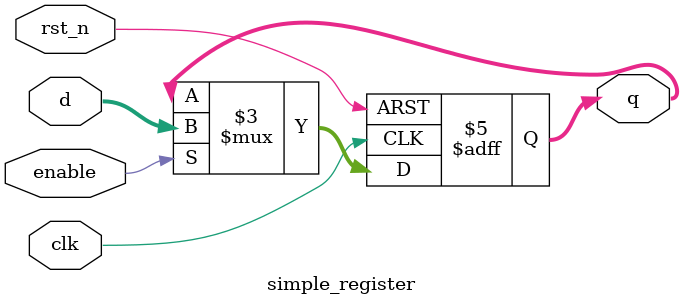
<source format=v>
/**
 * Module 2: Simple Register
 * 
 * A basic register with clock, reset, and enable.
 * 
 * Ports:
 *   clk:    Clock signal
 *   rst_n:  Active-low reset
 *   enable: Register enable
 *   d:      Data input
 *   q:      Data output
 */

module simple_register (
    input  wire       clk,
    input  wire       rst_n,
    input  wire       enable,
    input  wire [7:0] d,
    output reg  [7:0] q
);

    always @(posedge clk or negedge rst_n) begin
        if (!rst_n) begin
            q <= 8'h00;
        end else if (enable) begin
            q <= d;
        end
    end

endmodule


</source>
